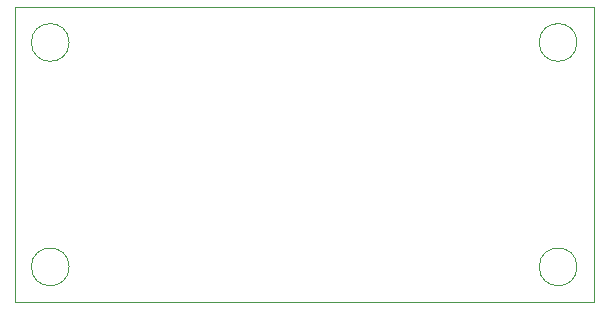
<source format=gm1>
%TF.GenerationSoftware,KiCad,Pcbnew,8.0.8*%
%TF.CreationDate,2025-06-29T12:49:34+09:00*%
%TF.ProjectId,NJM2374A_Invert,4e4a4d32-3337-4344-915f-496e76657274,rev?*%
%TF.SameCoordinates,Original*%
%TF.FileFunction,Profile,NP*%
%FSLAX46Y46*%
G04 Gerber Fmt 4.6, Leading zero omitted, Abs format (unit mm)*
G04 Created by KiCad (PCBNEW 8.0.8) date 2025-06-29 12:49:34*
%MOMM*%
%LPD*%
G01*
G04 APERTURE LIST*
%TA.AperFunction,Profile*%
%ADD10C,0.050000*%
%TD*%
G04 APERTURE END LIST*
D10*
X81000000Y-76000000D02*
X126000000Y-76000000D01*
X130000000Y-101000000D02*
X81000000Y-101000000D01*
X128600000Y-79000000D02*
G75*
G02*
X125400000Y-79000000I-1600000J0D01*
G01*
X125400000Y-79000000D02*
G75*
G02*
X128600000Y-79000000I1600000J0D01*
G01*
X85600000Y-79000000D02*
G75*
G02*
X82400000Y-79000000I-1600000J0D01*
G01*
X82400000Y-79000000D02*
G75*
G02*
X85600000Y-79000000I1600000J0D01*
G01*
X126000000Y-76000000D02*
X130000000Y-76000000D01*
X128600000Y-98000000D02*
G75*
G02*
X125400000Y-98000000I-1600000J0D01*
G01*
X125400000Y-98000000D02*
G75*
G02*
X128600000Y-98000000I1600000J0D01*
G01*
X130000000Y-76000000D02*
X130000000Y-101000000D01*
X85600000Y-98000000D02*
G75*
G02*
X82400000Y-98000000I-1600000J0D01*
G01*
X82400000Y-98000000D02*
G75*
G02*
X85600000Y-98000000I1600000J0D01*
G01*
X81000000Y-101000000D02*
X81000000Y-76000000D01*
M02*

</source>
